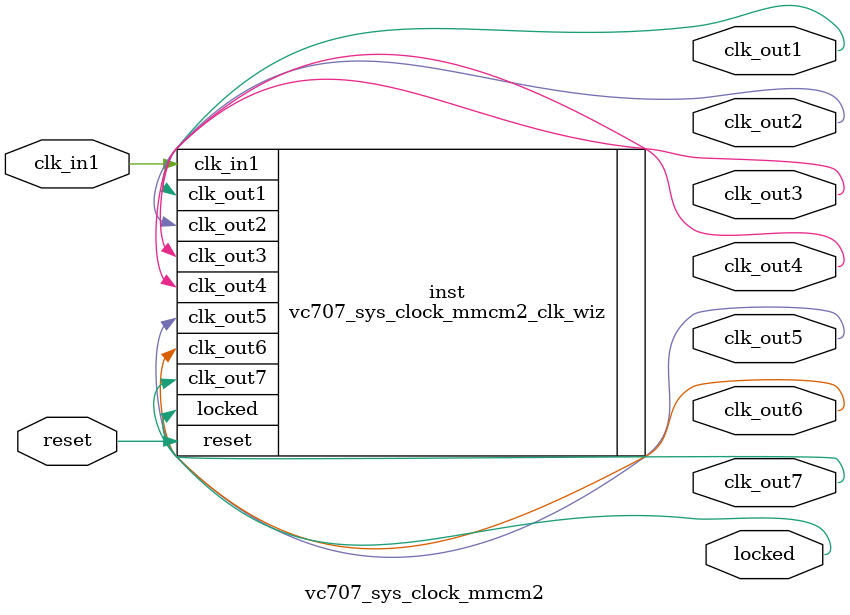
<source format=v>


`timescale 1ps/1ps

(* CORE_GENERATION_INFO = "vc707_sys_clock_mmcm2,clk_wiz_v6_0_0_0,{component_name=vc707_sys_clock_mmcm2,use_phase_alignment=true,use_min_o_jitter=false,use_max_i_jitter=false,use_dyn_phase_shift=false,use_inclk_switchover=false,use_dyn_reconfig=false,enable_axi=0,feedback_source=FDBK_AUTO,PRIMITIVE=MMCM,num_out_clk=7,clkin1_period=10.000,clkin2_period=10.000,use_power_down=false,use_reset=true,use_locked=true,use_inclk_stopped=false,feedback_type=SINGLE,CLOCK_MGR_TYPE=NA,manual_override=false}" *)

module vc707_sys_clock_mmcm2 
 (
  // Clock out ports
  output        clk_out1,
  output        clk_out2,
  output        clk_out3,
  output        clk_out4,
  output        clk_out5,
  output        clk_out6,
  output        clk_out7,
  // Status and control signals
  input         reset,
  output        locked,
 // Clock in ports
  input         clk_in1
 );

  vc707_sys_clock_mmcm2_clk_wiz inst
  (
  // Clock out ports  
  .clk_out1(clk_out1),
  .clk_out2(clk_out2),
  .clk_out3(clk_out3),
  .clk_out4(clk_out4),
  .clk_out5(clk_out5),
  .clk_out6(clk_out6),
  .clk_out7(clk_out7),
  // Status and control signals               
  .reset(reset), 
  .locked(locked),
 // Clock in ports
  .clk_in1(clk_in1)
  );

endmodule

</source>
